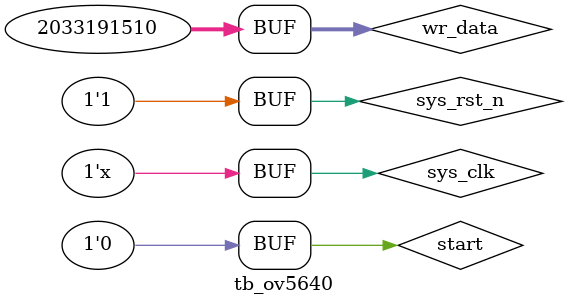
<source format=v>
`timescale  1ns/1ps

module  tb_ov5640();

wire    ov5640_pwdn ;
wire    ov5640_rst_n;
wire    power_done  ;
wire    busy        ;
wire    rd_iic_data ;
wire    iic_clk     ;
wire    iic_sda     ;

reg     sys_clk     ;
reg     sys_rst_n   ;
reg     start       ;
reg     [31:0]  wr_data;

initial
    begin
        sys_clk     =   1'b0;
        sys_rst_n   <=   1'b0;
        start       <=  1'b0;
        wr_data     <=  32'h78300a56;
        #100
        sys_rst_n   <=  1'b1;
        #100
        start       <=  1'b1;
        #20
        start       <=  1'b0;
        #2000
        start       <=  1'b1;
        wr_data     <=  32'h79300a56;
        #20
        start       <=  1'b0;
    end

always  #10 sys_clk =   ~sys_clk;

power_ctrl  power_ctrl_inst(
    .sclk        (sys_clk        ),
    .s_rst_n      (sys_rst_n      ),

    .ov5640_pwdn    (ov5640_pwdn    ),
    .ov5640_rst_n   (ov5640_rst_n   ),
    .power_done     (power_done     )

);

ov5640_iic     ov5640_iic_inst(
    .sclk     (sys_clk    ),
    .s_rst_n   (sys_rst_n ),
    .start       (start      ),   //iic总线工作的触发信号
    .wdata     (wr_data    ),

    .busy        (busy       ),   //iic总线处于忙碌状态
    .riic_data (rd_iic_data),
    .iic_scl     (iic_clk    ),
    .iic_sda     (iic_sda    )

);

endmodule
</source>
